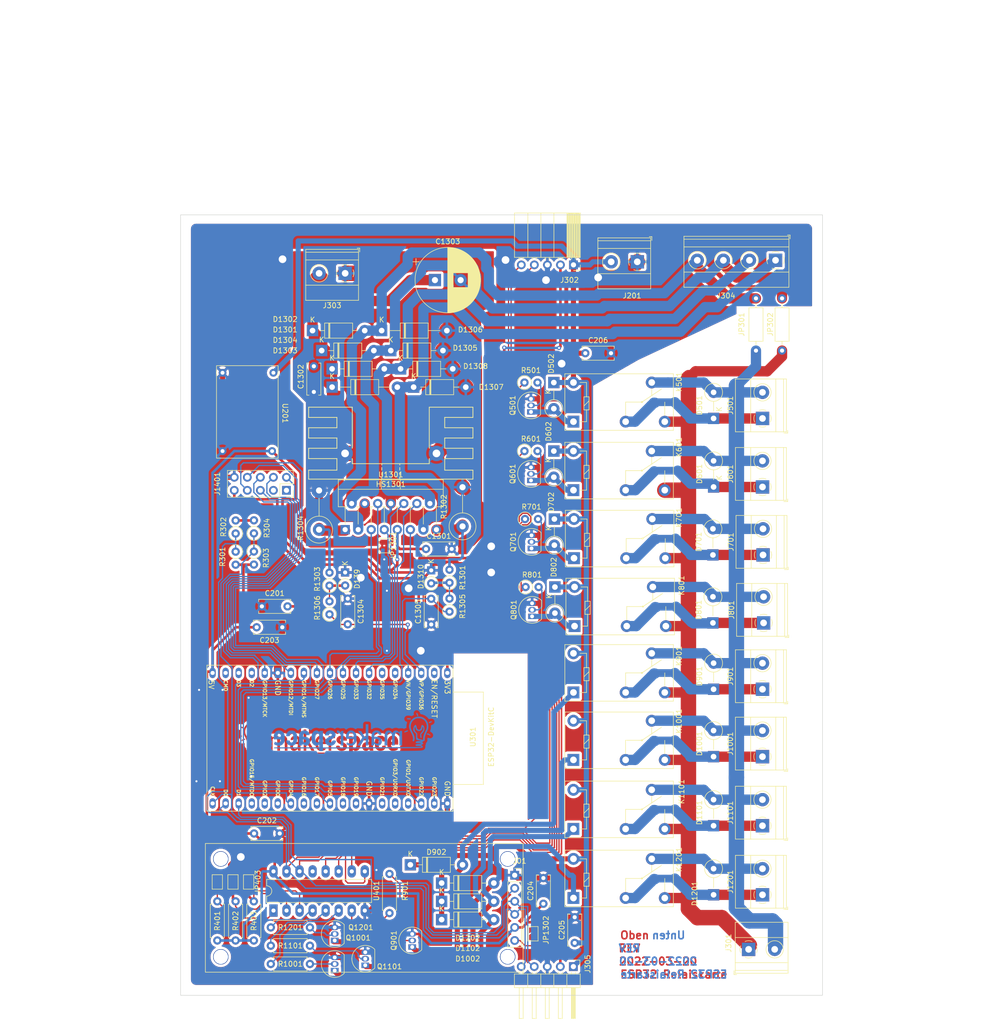
<source format=kicad_pcb>
(kicad_pcb (version 20211014) (generator pcbnew)

  (general
    (thickness 1.6)
  )

  (paper "A4" portrait)
  (title_block
    (title "ESP32 Relaiskarte")
    (date "2022-03-20")
    (rev "REV")
    (company "makerspace Bocholt")
    (comment 1 "+ optionale Servo Ansteuerung")
    (comment 2 "+ optionale Lan Karte")
    (comment 4 "Frank Tobergte")
  )

  (layers
    (0 "F.Cu" signal)
    (31 "B.Cu" signal)
    (32 "B.Adhes" user "B.Adhesive")
    (33 "F.Adhes" user "F.Adhesive")
    (34 "B.Paste" user)
    (35 "F.Paste" user)
    (36 "B.SilkS" user "B.Silkscreen")
    (37 "F.SilkS" user "F.Silkscreen")
    (38 "B.Mask" user)
    (39 "F.Mask" user)
    (40 "Dwgs.User" user "User.Drawings")
    (41 "Cmts.User" user "User.Comments")
    (42 "Eco1.User" user "User.Eco1")
    (43 "Eco2.User" user "User.Eco2")
    (44 "Edge.Cuts" user)
    (45 "Margin" user)
    (46 "B.CrtYd" user "B.Courtyard")
    (47 "F.CrtYd" user "F.Courtyard")
    (48 "B.Fab" user)
    (49 "F.Fab" user)
    (50 "User.1" user "Nutzer.1")
    (51 "User.2" user "Nutzer.2")
    (52 "User.3" user "Nutzer.3")
    (53 "User.4" user "Nutzer.4")
    (54 "User.5" user "Nutzer.5")
    (55 "User.6" user "Nutzer.6")
    (56 "User.7" user "Nutzer.7")
    (57 "User.8" user "Nutzer.8")
    (58 "User.9" user "Nutzer.9")
  )

  (setup
    (stackup
      (layer "F.SilkS" (type "Top Silk Screen"))
      (layer "F.Paste" (type "Top Solder Paste"))
      (layer "F.Mask" (type "Top Solder Mask") (thickness 0.01))
      (layer "F.Cu" (type "copper") (thickness 0.035))
      (layer "dielectric 1" (type "core") (thickness 1.51) (material "FR4") (epsilon_r 4.5) (loss_tangent 0.02))
      (layer "B.Cu" (type "copper") (thickness 0.035))
      (layer "B.Mask" (type "Bottom Solder Mask") (thickness 0.01))
      (layer "B.Paste" (type "Bottom Solder Paste"))
      (layer "B.SilkS" (type "Bottom Silk Screen"))
      (copper_finish "None")
      (dielectric_constraints no)
    )
    (pad_to_mask_clearance 0)
    (pcbplotparams
      (layerselection 0x0040020_ffffffff)
      (disableapertmacros false)
      (usegerberextensions false)
      (usegerberattributes true)
      (usegerberadvancedattributes true)
      (creategerberjobfile true)
      (svguseinch false)
      (svgprecision 6)
      (excludeedgelayer false)
      (plotframeref true)
      (viasonmask false)
      (mode 1)
      (useauxorigin false)
      (hpglpennumber 1)
      (hpglpenspeed 20)
      (hpglpendiameter 15.000000)
      (dxfpolygonmode true)
      (dxfimperialunits true)
      (dxfusepcbnewfont true)
      (psnegative false)
      (psa4output false)
      (plotreference true)
      (plotvalue true)
      (plotinvisibletext false)
      (sketchpadsonfab false)
      (subtractmaskfromsilk false)
      (outputformat 4)
      (mirror false)
      (drillshape 2)
      (scaleselection 1)
      (outputdirectory "Ausgaben/")
    )
  )

  (net 0 "")
  (net 1 "+12V")
  (net 2 "/Digital/Relais Ansteuerung/A")
  (net 3 "/Digital/Relais Ansteuerung/B")
  (net 4 "Net-(Q501-Pad2)")
  (net 5 "GND")
  (net 6 "Net-(Q601-Pad2)")
  (net 7 "Net-(Q701-Pad2)")
  (net 8 "Net-(Q801-Pad2)")
  (net 9 "Net-(Q901-Pad2)")
  (net 10 "Net-(Q1001-Pad2)")
  (net 11 "Net-(Q1101-Pad2)")
  (net 12 "Net-(Q1201-Pad2)")
  (net 13 "unconnected-(U401-Pad13)")
  (net 14 "/Digital/Relais Ansteuerung/Relais0/On")
  (net 15 "/Digital/Relais Ansteuerung/Relais1/On")
  (net 16 "/Digital/Relais Ansteuerung/Relais2/On")
  (net 17 "/Digital/Relais Ansteuerung/Relais3/On")
  (net 18 "/Digital/Relais Ansteuerung/Relais4/On")
  (net 19 "/Digital/Relais Ansteuerung/Relais5/On")
  (net 20 "/Digital/Relais Ansteuerung/Relais6/On")
  (net 21 "/Digital/Relais Ansteuerung/Relais7/On")
  (net 22 "/Digital/Lan/Sck")
  (net 23 "+3V3")
  (net 24 "unconnected-(U301-Pad2)")
  (net 25 "/Digital/Lan/So")
  (net 26 "/Digital/Lan/Si")
  (net 27 "/Digital/PCA9635 Servo/OE")
  (net 28 "unconnected-(U301-Pad16)")
  (net 29 "unconnected-(U301-Pad17)")
  (net 30 "unconnected-(U301-Pad18)")
  (net 31 "/Digital/SCL")
  (net 32 "Net-(J1301-Pad6)")
  (net 33 "unconnected-(U301-Pad5)")
  (net 34 "unconnected-(U301-Pad23)")
  (net 35 "unconnected-(U301-Pad24)")
  (net 36 "unconnected-(U301-Pad25)")
  (net 37 "/Digital/Lan/Cs")
  (net 38 "unconnected-(U301-Pad27)")
  (net 39 "unconnected-(U301-Pad28)")
  (net 40 "/Digital/Lan/CLK")
  (net 41 "unconnected-(U301-Pad30)")
  (net 42 "unconnected-(U301-Pad31)")
  (net 43 "unconnected-(U301-Pad33)")
  (net 44 "unconnected-(U301-Pad34)")
  (net 45 "unconnected-(U301-Pad35)")
  (net 46 "unconnected-(U301-Pad6)")
  (net 47 "/Digital/Lan/Wol")
  (net 48 "/Digital/Relais Ansteuerung/Relais0/AB")
  (net 49 "/Digital/Relais Ansteuerung/Relais1/AB")
  (net 50 "/Digital/Relais Ansteuerung/Relais2/AB")
  (net 51 "/Digital/Relais Ansteuerung/Relais3/AB")
  (net 52 "/Digital/Relais Ansteuerung/Relais4/AB")
  (net 53 "/Digital/Relais Ansteuerung/Relais5/AB")
  (net 54 "/Digital/Relais Ansteuerung/Relais6/AB")
  (net 55 "/Digital/Relais Ansteuerung/Relais7/AB")
  (net 56 "/Digital/Relais Ansteuerung/Relais0/mitte")
  (net 57 "/Digital/Relais Ansteuerung/Relais1/mitte")
  (net 58 "/Digital/Relais Ansteuerung/Relais2/mitte")
  (net 59 "/Digital/Relais Ansteuerung/Relais3/mitte")
  (net 60 "/Digital/Relais Ansteuerung/Relais4/mitte")
  (net 61 "/Digital/Relais Ansteuerung/Relais5/mitte")
  (net 62 "/Digital/Relais Ansteuerung/Relais6/mitte")
  (net 63 "/Digital/Relais Ansteuerung/Relais7/mitte")
  (net 64 "/Digital/Motortreiber/M2B")
  (net 65 "/Digital/Motortreiber/M2A")
  (net 66 "/Digital/Motortreiber/M1B")
  (net 67 "/Digital/Motortreiber/M1A")
  (net 68 "/Digital/Motortreiber/1m")
  (net 69 "+5V")
  (net 70 "/Digital/Motortreiber/2m")
  (net 71 "/Digital/Motortreiber/GNDPWR")
  (net 72 "/Digital/Motortreiber/VS")
  (net 73 "Net-(JP401-Pad2)")
  (net 74 "Net-(JP402-Pad2)")
  (net 75 "Net-(JP403-Pad2)")
  (net 76 "/Digital/Lan/Reset")
  (net 77 "/Digital/SDA")
  (net 78 "/Digital/Lan/Int")
  (net 79 "Net-(D1310-Pad2)")
  (net 80 "/Digital/1Mess")
  (net 81 "/Digital/2Mess")
  (net 82 "/Digital/1A")
  (net 83 "/Digital/1En")
  (net 84 "/Digital/1B")
  (net 85 "/Digital/2A")
  (net 86 "/Digital/2En")
  (net 87 "/Digital/2B")
  (net 88 "Net-(D139-Pad2)")

  (footprint "Package_TO_SOT_THT:TO-92_Inline" (layer "F.Cu") (at 76.232 220.726 90))

  (footprint "Diode_THT:D_DO-41_SOD81_P5.08mm_Vertical_KathodeUp" (layer "F.Cu") (at 149.892 139.847591 90))

  (footprint "Diode_THT:D_DO-41_SOD81_P5.08mm_Vertical_KathodeUp" (layer "F.Cu") (at 118.904 106.299 -90))

  (footprint "Diode_THT:D_DO-41_SOD81_P10.16mm_Horizontal" (layer "F.Cu") (at 97.06 207.264))

  (footprint "Resistor_THT:R_Axial_DIN0207_L6.3mm_D2.5mm_P2.54mm_Vertical" (layer "F.Cu") (at 56.9425 135.6795 90))

  (footprint "Diode_THT:D_DO-41_SOD81_P5.08mm_Vertical_KathodeUp" (layer "F.Cu") (at 150.014 192.552591 90))

  (footprint "Resistor_THT:R_Axial_DIN0207_L6.3mm_D2.5mm_P10.16mm_Horizontal" (layer "F.Cu") (at 158.274 89.916 -90))

  (footprint "Relay_THT:Relay_SPDT_Omron-G5Q-1" (layer "F.Cu") (at 122.835408 140.472591))

  (footprint "Resistor_THT:R_Axial_DIN0207_L6.3mm_D2.5mm_P7.62mm_Horizontal" (layer "F.Cu") (at 63.786 219.456))

  (footprint "Package_TO_SOT_THT:TO-92_Inline" (layer "F.Cu") (at 91.324 216.154 90))

  (footprint "Resistor_THT:R_Axial_DIN0207_L6.3mm_D2.5mm_P2.54mm_Vertical" (layer "F.Cu") (at 113.295408 132.862591))

  (footprint "eigene Modelle:Adafruit PCA9685" (layer "F.Cu") (at 111.284 202.184))

  (footprint "Package_TO_SOT_THT:TO-92_Inline" (layer "F.Cu") (at 114.671817 151.806183 90))

  (footprint "Resistor_THT:R_Axial_DIN0207_L6.3mm_D2.5mm_P2.54mm_Vertical" (layer "F.Cu") (at 113.401817 146.091183))

  (footprint "Capacitor_THT:C_Disc_D6.0mm_W2.5mm_P5.00mm" (layer "F.Cu") (at 94.012 138.684))

  (footprint "Resistor_THT:R_Axial_DIN0516_L15.5mm_D5.0mm_P7.62mm_Vertical" (layer "F.Cu") (at 73.184 134.921925 90))

  (footprint "Diode_THT:D_DO-41_SOD81_P12.70mm_Horizontal" (layer "F.Cu") (at 85.376 96.186925))

  (footprint "Resistor_THT:R_Axial_DIN0207_L6.3mm_D2.5mm_P7.62mm_Horizontal" (layer "F.Cu") (at 53.372 214.884 90))

  (footprint "Jumper:SolderJumper-2_P1.3mm_Open_TrianglePad1.0x1.5mm" (layer "F.Cu") (at 59.468 203.491 -90))

  (footprint "Diode_THT:D_DO-41_SOD81_P10.16mm_Horizontal" (layer "F.Cu") (at 91.599 107.188))

  (footprint "Diode_THT:D_DO-41_SOD81_P12.70mm_Horizontal" (layer "F.Cu") (at 75.724 107.188))

  (footprint "Relay_THT:Relay_SPDT_Omron-G5Q-1" (layer "F.Cu") (at 122.941817 153.701183))

  (footprint "Diode_THT:D_DO-35_SOD27_P2.54mm_Vertical_KathodeUp" (layer "F.Cu") (at 78.264 143.256 -90))

  (footprint "Diode_THT:D_DO-41_SOD81_P10.16mm_Horizontal" (layer "F.Cu") (at 87.154 100.076))

  (footprint "Resistor_THT:R_Axial_DIN0516_L15.5mm_D5.0mm_P7.62mm_Vertical" (layer "F.Cu") (at 101.124 134.286925 90))

  (footprint "TerminalBlock_Phoenix:TerminalBlock_Phoenix_MKDS-1,5-2-5.08_1x02_P5.08mm_Horizontal" (layer "F.Cu") (at 78.269 85.039 180))

  (footprint "Diode_THT:D_DO-41_SOD81_P5.08mm_Vertical_KathodeUp" (layer "F.Cu") (at 150.019 113.284 90))

  (footprint "Jumper:SolderJumper-2_P1.3mm_Open_TrianglePad1.0x1.5mm" (layer "F.Cu") (at 56.42 203.491 -90))

  (footprint "TerminalBlock_Phoenix:TerminalBlock_Phoenix_MKDS-1,5-2-5.08_1x02_P5.08mm_Horizontal" (layer "F.Cu") (at 159.544 165.989 90))

  (footprint "Resistor_THT:R_Axial_DIN0207_L6.3mm_D2.5mm_P2.54mm_Vertical" (layer "F.Cu") (at 98.584 150.876 90))

  (footprint "TerminalBlock_Phoenix:TerminalBlock_Phoenix_MKDS-1,5-2-5.08_1x02_P5.08mm_Horizontal" (layer "F.Cu") (at 159.544 205.994 90))

  (footprint "Package_TO_SOT_THT:TO-92_Inline" (layer "F.Cu") (at 76.232 214.884 90))

  (footprint "Diode_THT:D_DO-41_SOD81_P5.08mm_Vertical_KathodeUp" (layer "F.Cu") (at 150.019 205.994 90))

  (footprint "TerminalBlock_Phoenix:TerminalBlock_Phoenix_MKDS-1,5-2-5.08_1x02_P5.08mm_Horizontal" (layer "F.Cu") (at 159.539 179.111183 90))

  (footprint "Resistor_THT:R_Axial_DIN0207_L6.3mm_D2.5mm_P2.54mm_Vertical" (layer "F.Cu") (at 113.189 106.299))

  (footprint "Capacitor_THT:C_Disc_D6.0mm_W2.5mm_P5.00mm" (layer "F.Cu") (at 72.168 103.124 -90))

  (footprint "Capacitor_THT:C_Disc_D6.0mm_W2.5mm_P5.00mm" (layer "F.Cu") (at 122.968 215.352 90))

  (footprint "Jumper:SolderJumper-2_P1.3mm_Bridged2Bar_Pad1.0x1.5mm" (layer "F.Cu") (at 85.884 138.034 -90))

  (footprint "Diode_THT:D_DO-41_SOD81_P5.08mm_Vertical_KathodeUp" (layer "F.Cu") (at 149.892 153.076183 90))

  (footprint "Relay_THT:Relay_SPDT_Omron-G5Q-1" (layer "F.Cu") (at 122.724 179.736183))

  (footprint "TerminalBlock_Phoenix:TerminalBlock_Phoenix_MKDS-1,5-2-5.08_1x02_P5.08mm_Horizontal" (layer "F.Cu") (at 159.539 192.552591 90))

  (footprint "Capacitor_THT:C_Disc_D6.0mm_W2.5mm_P5.00mm" (layer "F.Cu") (at 67.048 149.86 180))

  (footprint "Resistor_THT:R_Axial_DIN0207_L6.3mm_D2.5mm_P2.54mm_Vertical" (layer "F.Cu") (at 60.4985 139.1775 -90))

  (footprint "Diode_THT:D_DO-41_SOD81_P5.08mm_Vertical_KathodeUp" (layer "F.Cu") (at 150.019 126.619 90))

  (footprint "TerminalBlock_Phoenix:TerminalBlock_Phoenix_MKDS-1,5-2-5.08_1x02_P5.08mm_Horizontal" (layer "F.Cu") (at 156.839 216.609))

  (footprint "Jumper:SolderJumper-2_P1.3mm_Open_TrianglePad1.0x1.5mm" (layer "F.Cu") (at 114.84 213.577 90))

  (footprint "TerminalBlock_Phoenix:TerminalBlock_Phoenix_MKDS-1,5-2-5.08_1x02_P5.08mm_Horizontal" (layer "F.Cu")
    (tedit 5B294EBC) (tstamp 7b296396-04b4-414e-b6f3-a3db163ebb35)
    (at 159.544 126.619 90)
    (descr "Terminal Block Phoenix MKDS-1,5-2-5.08, 2 pins, pitch 5.08mm, size 10.2x9.8mm^2, drill diamater 1.3mm, pad diameter 2.6mm, see http://www.farnell.com/datasheets/100425.pdf, script-generated using https://github.com/pointhi/kicad-footprint-generator/scripts/TerminalBlock_Phoenix")
    (tags "THT Terminal Block Phoenix MKDS-1,5-2-5.08 pitch 5.08mm size 10.2x9.8mm^2 drill 1.3mm pad 2.6mm")
    (property "Sheetfile" "Relais.kicad_sch")
    (property "Sheetname" "Relais1")
    (path "/c7d0284b-26f3-46a0-a20a-63616420e27a/e5b83e64-c70c-4e3c-91cb-1e480aa92410/961948b1-3ef5-423f-902e-f96c02924add/1fe43737-6852-4bd7-bea8-de22dad41c97")
    (attr through_hole)
    (fp_text reference "J601" (at 2.54 -6.26 90) (layer "F.SilkS")
      (effects (font (size 1 1) (thickness 0.15)))
      (tstamp a77bb222-c166-42e5-bfb6-754e3ca9e305)
    )
    (fp_text value "Screw_Terminal_01x02" (at 2.54 5.66 90) (layer "F.Fab")
      (effects (font (size 1 1) (thickness 0.15)))
      (tstamp 3da5a579-5841-4a46-9a46-e971e22a6c68)
    )
    (fp_text user "${REFERENCE}" (at 2.54 3.2 90) (layer "F.Fab")
      (effects (font (size 1 1) (thickness 0.15)))
      (tstamp f2b2edd6-0cea-4178-b948-15ca4548160d)
    )
    (fp_line (start 4.046 1.239) (end 4.011 1.274) (layer "F.SilkS") (width 0.12) (tstamp 0021d46d-fbc5-4743-b694-a84a952e2958))
    (fp_line (start -2.6 4.1) (end 7.68 4.1) (layer "F.SilkS") (width 0.12) (tstamp 22feb811-b3ed-495b-b505-f556cc870d83))
    (fp_line (start -2.6 4.66) (end 7.68 4.66) (layer "F.SilkS") (width 0.12) (tstamp 231bbfd6-0ca4-4f19-84cc-2c4deca4e2e0))
    (fp_line (start -2.6 -5.261) (end 7.68 -5.261) (layer "F.SilkS") (width 0.12) (tstamp 34b97646-eae9-4152-8f8e-d6b34d45025a))
    (fp_line (start -2.6 -5.261) (end -2.6 4.66) (layer "F.SilkS") (width 0.12) (tstamp 3afe5d03-8062-4754-833d-d0124cef3fc4))
    (fp_line (start 3.853 1.023) (end 3.806 1.069) (layer "F.SilkS") (width 0.12) (tstamp 48561634-9e86-4095-9472-eb62d211efa2))
    (fp_line (start -2.6 2.6) (end 7.68 2.6) (layer "F.SilkS") (width 0.12) (tstamp 7860992d-fcf6-48f5-9e77-56066a7d47d1))
    (fp_line (start 6.15 -1.275) (end 6.115 -1.239) (layer "F.SilkS") (width 0.12) (tstamp 7f602e06-fb1a-42ec-ae84-6e2b134305fe))
    (fp_line (start 6.355 -1.069) (end 6.308 -1.023) (layer "F.SilkS") (width 0.12) (tstamp 90187267-e1fa-4d3f-94ac-fb64fedd3337))
    (fp_line (start -2.84 4.16) (end -2.84 4.9) (layer "F.SilkS") (width 0.12) (tstamp c5506926-04ac-43d1-81a5-5fd9a5f473ad))
    (fp_line (start 7.68 -5.261) (end 7.68 4.66) (layer "F.SilkS") (width 0.12) (tstamp da94afbe-f6e6-4e06-8224-3136c1dabff0))
    (fp_line (start -2.6 -2.301) (end 7.68 -2.301) (layer "F.SilkS") (width 0.12) (tstamp f8e72552-826f-4c78-a672-60e0cdb3383f))
    (fp_line (start -2.84 4.9) (end -2.34 4.9) (layer "F.SilkS") (width 0.12) (tstamp f932f481-4b55-4aed-927a-595d9197c1fc))
    (fp_arc (start 0.028805 1.680253) (mid -0.335551 1.646659) (end -0.684 1.535) (layer "F.SilkS") (width 0.12) (tstamp 13c3336e-8a1f-417d-bc86-a2e451bf85d3))
    (fp_arc (start 0.683318 1.534756) (mid 0.349292 1.643288) (end 0 1.68) (layer "F.SilkS") (width 0.12) (tstamp d3741b22-a09e-4a00-94ae-b7b7dfc3cb3b))
    (fp_arc (start -0.683042 -1.535427) (mid 0.000524 -1.680501) (end 0.684 -1.535) (layer "F.SilkS") (width 0.12) (tstamp d401532b-2650-4949-9a32-56220c129cad))
    (fp_arc (start 1.535427 -0.683042) (mid 1.680501 0.000524) (end 1.535 0.684) (layer "F.SilkS") (width 0.12) (tstamp d79d7e80-fc24-4361-a631-7b9f9ae7a6c5))
    (fp_arc (start -1.535427 0.683042) (mid -1.680501 -0.000524) (end -1.535 -0.684) (layer "F.SilkS") (width 0.12) (tstamp e51e8be4-6603-41d6-b5f1-36526e85ddf8))
    (fp_circle (center 5.08 0) (end 6.76 0) (layer "F.SilkS") (width 0.12) (fill none) (tstamp 6f8613ca-c33a-4aab-aefe-3de041d1704e))
    (fp_line (start 8.13 -5.71) (end -3.04 -5.71) (layer "F.CrtYd") (width 0.05) (tstamp 0c370393-150e-488e-9dc9-482476f7931f))
    (fp_line (start -3.04 -5.71) (end -3.04 5.1) (layer "F.CrtYd") (width 0.05) (tstamp 7d991e0f-6164-4c52-9c66-89de494535c1))
    (fp_line (start 8.13 5.1) (end 8.13 -5.71) (layer "F.CrtYd") (width 0.05) (tstamp 906d08f4-1e2b-444d-b9a0-861994c259d7))
    (fp_line (start -3.04 5.1) (end 8.13 5.1) (layer "F.CrtYd") (width 0.05) (tstamp fc8f24f5-ab15-496b-96a3-227d5f1efbd8))
    (fp_line (start -2.54 4.1) (end 7.62 4.1) (layer "F.Fab") (width 0.1) (tstamp 0caaeae1-0ae3-4cfe-8521-cd1ece56c33e))
    (fp_line (start 7.62 -5.2) (end 7.62 4.6) (layer "F.Fab") (width 0.1) (tstamp 162139f7-2a12-4b29-9cca-ed68b1c8056e))
    (fp_line (start 7.62 4.6) (end -2.04 4.6) (layer "F.Fab") (width 0.1) (tstamp 1a18408c-f328-44eb-b43b-5d6c71698cc2))
    (fp_line (start 6.035 -1.138) (end 3.943 0.955) (layer "F.Fab") (width 0.1) (tstamp 22895f14-11a0-4be7-a692-1eea625df472))
    (fp_line (start -2.54 4.1) (end -2.54 -5.2) (layer "F.Fab") (width 0.1) (tstamp 32c5d5f3-0c0f-40b4-a908-6234ed6f8352))
    (fp_line (start 1.138 -0.955) (end -0.955 1.138) (layer "F.Fab") (width 0.1) (tstamp 72c43909-830c-471d-91a5-b90da356a981))
    (fp_line (start -2.54 -5.2) (end 7.62 -5.2) (layer "F.Fab") (width 0.1) (tstamp 965416fd-3098-4882-8507-a960ee3a7ec0))
    (fp_line (start 0.955 -1.138) (end -1.138 0.955) (layer "F.Fab") (width 0.1) (tstamp 9e473952-0655-4c61-b0a7-804ff8996ecf))
    (fp_line (start 6.218 -0.955) (end 4.126 1.138) (layer "F.Fab") (width 0.1) (tstamp a31c6e5f-dde7-4dc6-8236-f6310dafad9c))
    (fp_line (start -2.54 2.6) (end 7.62 2.6) (layer "F.Fab") (width 0.1) (tstamp a4d52907-6b24-4a87-b6c6-1767fa02f31d))
    (fp_line (start -2.04 4.6) (end -2.54 4.1) (layer "F.Fab") (width 0.1) (tstamp b9e0a4c1-97f5-403d-817a-ae60e472c293))
    (fp_line (start -2.54 -2.3) (end 7.62 -2.3) (layer "F.Fab") (width 0.1) (tstamp d7c97edb-529c-4b86-9ff7-e8e8e91c8c64))
    (fp_circle (center 5.08 0) (end 6.58 0) (layer "F.Fab") (width 0.1) (fill none) (tstamp b58ab687-4b99-4399-8be2-3875f60ed11f))
    (fp_circle (center 0 0) (end 1.5 0) (layer "F.Fab") (width 0.1) (fill none) (tstamp de66a8e1-6925-4421-a216-33ee544440b2))
    (pad "1" thru_hole rect (at 0 0 90) (size 2.6 2.6) (drill 1.3) (layers *.Cu *.Mask)
      (net 49 "/Digital/Relais Ansteuerung/Relais1/AB") (pinfunction "Pin_1") (pintype "passive") (tstamp f97d005b-dca7-4e84-bdfb-83330e835cd8))
    (pad "2" thru_hole circle (at 5.08 0 90) (size 2.6 2.6) (drill 1.3) (layers *.Cu *.Mask)
      (net 2 "/Digital/Relais Ansteuerung/A") (pinfunction "Pin_2") (pintype "passive") (tstamp ced4d843-8ff9-4360-b6c6-a81f7bb3f151))
    (model "${KICAD6_3DMODEL_DIR}/TerminalBloc
... [2274147 chars truncated]
</source>
